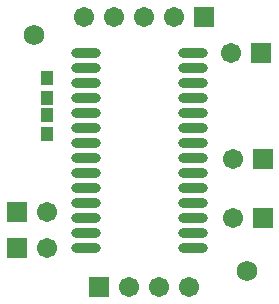
<source format=gts>
G04 Layer_Color=8388736*
%FSLAX25Y25*%
%MOIN*%
G70*
G01*
G75*
%ADD28R,0.04147X0.04599*%
%ADD29O,0.09855X0.03162*%
%ADD30C,0.06706*%
%ADD31R,0.06706X0.06706*%
%ADD32C,0.06800*%
D28*
X16000Y63748D02*
D03*
Y57252D02*
D03*
Y76000D02*
D03*
Y69504D02*
D03*
D29*
X29087Y84500D02*
D03*
Y79500D02*
D03*
Y74500D02*
D03*
Y69500D02*
D03*
Y64500D02*
D03*
Y59500D02*
D03*
Y54500D02*
D03*
Y49500D02*
D03*
Y44500D02*
D03*
Y39500D02*
D03*
Y34500D02*
D03*
Y29500D02*
D03*
Y24500D02*
D03*
Y19500D02*
D03*
X64913Y84500D02*
D03*
Y79500D02*
D03*
Y74500D02*
D03*
Y69500D02*
D03*
Y64500D02*
D03*
Y59500D02*
D03*
Y54500D02*
D03*
Y49500D02*
D03*
Y44500D02*
D03*
Y39500D02*
D03*
Y34500D02*
D03*
Y29500D02*
D03*
Y24500D02*
D03*
Y19500D02*
D03*
D30*
X78000Y29500D02*
D03*
Y49000D02*
D03*
X43500Y6500D02*
D03*
X53500D02*
D03*
X63500D02*
D03*
X16000Y31500D02*
D03*
Y19500D02*
D03*
X58500Y96500D02*
D03*
X48500D02*
D03*
X38500D02*
D03*
X28500D02*
D03*
X77500Y84500D02*
D03*
D31*
X88000Y29500D02*
D03*
Y49000D02*
D03*
X33500Y6500D02*
D03*
X6000Y31500D02*
D03*
Y19500D02*
D03*
X68500Y96500D02*
D03*
X87500Y84500D02*
D03*
D32*
X11811Y90551D02*
D03*
X82677Y11811D02*
D03*
M02*

</source>
